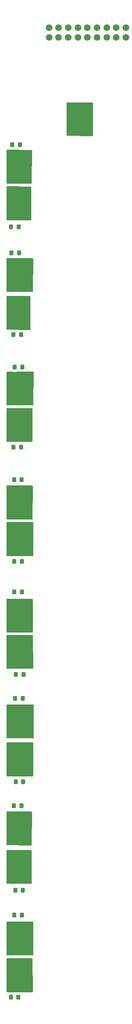
<source format=gbr>
%TF.GenerationSoftware,KiCad,Pcbnew,8.0.2*%
%TF.CreationDate,2024-12-10T12:08:48+01:00*%
%TF.ProjectId,FT25_AMS_VSENS,46543235-5f41-44d5-935f-5653454e532e,rev?*%
%TF.SameCoordinates,Original*%
%TF.FileFunction,Copper,L1,Top*%
%TF.FilePolarity,Positive*%
%FSLAX46Y46*%
G04 Gerber Fmt 4.6, Leading zero omitted, Abs format (unit mm)*
G04 Created by KiCad (PCBNEW 8.0.2) date 2024-12-10 12:08:48*
%MOMM*%
%LPD*%
G01*
G04 APERTURE LIST*
G04 Aperture macros list*
%AMRoundRect*
0 Rectangle with rounded corners*
0 $1 Rounding radius*
0 $2 $3 $4 $5 $6 $7 $8 $9 X,Y pos of 4 corners*
0 Add a 4 corners polygon primitive as box body*
4,1,4,$2,$3,$4,$5,$6,$7,$8,$9,$2,$3,0*
0 Add four circle primitives for the rounded corners*
1,1,$1+$1,$2,$3*
1,1,$1+$1,$4,$5*
1,1,$1+$1,$6,$7*
1,1,$1+$1,$8,$9*
0 Add four rect primitives between the rounded corners*
20,1,$1+$1,$2,$3,$4,$5,0*
20,1,$1+$1,$4,$5,$6,$7,0*
20,1,$1+$1,$6,$7,$8,$9,0*
20,1,$1+$1,$8,$9,$2,$3,0*%
G04 Aperture macros list end*
%TA.AperFunction,SMDPad,CuDef*%
%ADD10RoundRect,0.218750X-0.218750X-0.256250X0.218750X-0.256250X0.218750X0.256250X-0.218750X0.256250X0*%
%TD*%
%TA.AperFunction,SMDPad,CuDef*%
%ADD11RoundRect,0.218750X0.218750X0.256250X-0.218750X0.256250X-0.218750X-0.256250X0.218750X-0.256250X0*%
%TD*%
%TA.AperFunction,SMDPad,CuDef*%
%ADD12RoundRect,0.381000X0.381000X-0.762000X0.381000X0.762000X-0.381000X0.762000X-0.381000X-0.762000X0*%
%TD*%
%TA.AperFunction,SMDPad,CuDef*%
%ADD13RoundRect,0.381000X-0.381000X0.762000X-0.381000X-0.762000X0.381000X-0.762000X0.381000X0.762000X0*%
%TD*%
%TA.AperFunction,SMDPad,CuDef*%
%ADD14RoundRect,0.381000X0.762000X0.381000X-0.762000X0.381000X-0.762000X-0.381000X0.762000X-0.381000X0*%
%TD*%
%TA.AperFunction,ComponentPad*%
%ADD15C,1.381000*%
%TD*%
G04 APERTURE END LIST*
D10*
%TO.P,F4,1*%
%TO.N,Net-(J18-Pin_6)*%
X199845715Y-166429421D03*
%TO.P,F4,2*%
%TO.N,/V4*%
X201420715Y-166429421D03*
%TD*%
D11*
%TO.P,F8,1*%
%TO.N,Net-(J18-Pin_10)*%
X200690715Y-257189421D03*
%TO.P,F8,2*%
%TO.N,/V8*%
X199115715Y-257189421D03*
%TD*%
D10*
%TO.P,F2,1*%
%TO.N,Net-(J18-Pin_4)*%
X199638215Y-119179421D03*
%TO.P,F2,2*%
%TO.N,/V2*%
X201213215Y-119179421D03*
%TD*%
D12*
%TO.P,J12,1,Pin_1*%
%TO.N,/V6*%
X200713215Y-207679421D03*
%TD*%
%TO.P,J17,1,Pin_1*%
%TO.N,/V1*%
X200643215Y-91679421D03*
%TD*%
%TO.P,J16,1,Pin_1*%
%TO.N,/V2*%
X200713215Y-114679421D03*
%TD*%
D10*
%TO.P,F15,2*%
%TO.N,/V15*%
X200790715Y-102139421D03*
%TO.P,F15,1*%
%TO.N,Net-(J18-Pin_17)*%
X199215715Y-102139421D03*
%TD*%
D13*
%TO.P,J11,1,Pin_1*%
%TO.N,/V7*%
X200713215Y-230179421D03*
%TD*%
D12*
%TO.P,J4,1,Pin_1*%
%TO.N,/V14*%
X200713215Y-130679421D03*
%TD*%
%TO.P,J9,1,Pin_1*%
%TO.N,/V9*%
X200713215Y-244679421D03*
%TD*%
D11*
%TO.P,F5,1*%
%TO.N,Net-(J18-Pin_7)*%
X201753215Y-189919421D03*
%TO.P,F5,2*%
%TO.N,/V5*%
X200178215Y-189919421D03*
%TD*%
D10*
%TO.P,F11,1*%
%TO.N,Net-(J18-Pin_13)*%
X200015715Y-194889421D03*
%TO.P,F11,2*%
%TO.N,/V11*%
X201590715Y-194889421D03*
%TD*%
%TO.P,F1,2*%
%TO.N,/V1*%
X200713215Y-96679421D03*
%TO.P,F1,1*%
%TO.N,Net-(J18-Pin_3)*%
X199138215Y-96679421D03*
%TD*%
D12*
%TO.P,J8,1,Pin_1*%
%TO.N,/V10*%
X200713215Y-221679421D03*
%TD*%
D13*
%TO.P,J1,1,Pin_1*%
%TO.N,GND*%
X213513215Y-74159421D03*
%TD*%
D11*
%TO.P,F6,1*%
%TO.N,Net-(J18-Pin_8)*%
X201708215Y-212249421D03*
%TO.P,F6,2*%
%TO.N,/V6*%
X200133215Y-212249421D03*
%TD*%
D14*
%TO.P,J2,1,Pin_1*%
%TO.N,/V16*%
X200713215Y-84329274D03*
%TD*%
D10*
%TO.P,F10,1*%
%TO.N,Net-(J18-Pin_12)*%
X199725715Y-217299421D03*
%TO.P,F10,2*%
%TO.N,/V10*%
X201300715Y-217299421D03*
%TD*%
%TO.P,F9,1*%
%TO.N,Net-(J18-Pin_11)*%
X199858215Y-240039421D03*
%TO.P,F9,2*%
%TO.N,/V9*%
X201433215Y-240039421D03*
%TD*%
%TO.P,F14,1*%
%TO.N,Net-(J18-Pin_16)*%
X199935715Y-125959421D03*
%TO.P,F14,2*%
%TO.N,/V14*%
X201510715Y-125959421D03*
%TD*%
%TO.P,F12,1*%
%TO.N,Net-(J18-Pin_14)*%
X199812500Y-172760000D03*
%TO.P,F12,2*%
%TO.N,/V12*%
X201387500Y-172760000D03*
%TD*%
D12*
%TO.P,J6,1,Pin_1*%
%TO.N,/V12*%
X200620000Y-177750000D03*
%TD*%
D13*
%TO.P,J14,1,Pin_1*%
%TO.N,/V4*%
X200713215Y-161679421D03*
%TD*%
%TO.P,J10,1,Pin_1*%
%TO.N,/V8*%
X200713215Y-252679421D03*
%TD*%
%TO.P,J13,1,Pin_1*%
%TO.N,/V5*%
X200713215Y-185179421D03*
%TD*%
D10*
%TO.P,F3,1*%
%TO.N,Net-(J18-Pin_5)*%
X199638215Y-142609421D03*
%TO.P,F3,2*%
%TO.N,/V3*%
X201213215Y-142609421D03*
%TD*%
D12*
%TO.P,J5,1,Pin_1*%
%TO.N,/V13*%
X200713215Y-154179421D03*
%TD*%
D10*
%TO.P,F13,1*%
%TO.N,Net-(J18-Pin_15)*%
X199795715Y-149359421D03*
%TO.P,F13,2*%
%TO.N,/V13*%
X201370715Y-149359421D03*
%TD*%
D12*
%TO.P,J7,1,Pin_1*%
%TO.N,/V11*%
X200713215Y-199679421D03*
%TD*%
D13*
%TO.P,J15,1,Pin_1*%
%TO.N,/V3*%
X200713215Y-137679421D03*
%TD*%
D11*
%TO.P,F7,1*%
%TO.N,Net-(J18-Pin_9)*%
X201603215Y-234899421D03*
%TO.P,F7,2*%
%TO.N,/V7*%
X200028215Y-234899421D03*
%TD*%
%TO.P,F16,1*%
%TO.N,Net-(J18-Pin_18)*%
X200970715Y-79629274D03*
%TO.P,F16,2*%
%TO.N,/V16*%
X199395715Y-79629274D03*
%TD*%
D12*
%TO.P,J3,1,Pin_1*%
%TO.N,/V15*%
X200713215Y-106679421D03*
%TD*%
D15*
%TO.P,J18,1,Pin_1*%
%TO.N,GND*%
X207080000Y-57230000D03*
%TO.P,J18,2,Pin_2*%
X207080000Y-55230000D03*
%TO.P,J18,3,Pin_3*%
%TO.N,Net-(J18-Pin_3)*%
X209080000Y-57230000D03*
%TO.P,J18,4,Pin_4*%
%TO.N,Net-(J18-Pin_4)*%
X209080000Y-55230000D03*
%TO.P,J18,5,Pin_5*%
%TO.N,Net-(J18-Pin_5)*%
X211080000Y-57230000D03*
%TO.P,J18,6,Pin_6*%
%TO.N,Net-(J18-Pin_6)*%
X211080000Y-55230000D03*
%TO.P,J18,7,Pin_7*%
%TO.N,Net-(J18-Pin_7)*%
X213080000Y-57230000D03*
%TO.P,J18,8,Pin_8*%
%TO.N,Net-(J18-Pin_8)*%
X213080000Y-55230000D03*
%TO.P,J18,9,Pin_9*%
%TO.N,Net-(J18-Pin_9)*%
X215080000Y-57230000D03*
%TO.P,J18,10,Pin_10*%
%TO.N,Net-(J18-Pin_10)*%
X215080000Y-55230000D03*
%TO.P,J18,11,Pin_11*%
%TO.N,Net-(J18-Pin_11)*%
X217080000Y-57230000D03*
%TO.P,J18,12,Pin_12*%
%TO.N,Net-(J18-Pin_12)*%
X217080000Y-55230000D03*
%TO.P,J18,13,Pin_13*%
%TO.N,Net-(J18-Pin_13)*%
X219080000Y-57230000D03*
%TO.P,J18,14,Pin_14*%
%TO.N,Net-(J18-Pin_14)*%
X219080000Y-55230000D03*
%TO.P,J18,15,Pin_15*%
%TO.N,Net-(J18-Pin_15)*%
X221080000Y-57230000D03*
%TO.P,J18,16,Pin_16*%
%TO.N,Net-(J18-Pin_16)*%
X221080000Y-55230000D03*
%TO.P,J18,17,Pin_17*%
%TO.N,Net-(J18-Pin_17)*%
X223080000Y-57230000D03*
%TO.P,J18,18,Pin_18*%
%TO.N,Net-(J18-Pin_18)*%
X223080000Y-55230000D03*
%TD*%
%TA.AperFunction,Conductor*%
%TO.N,/V9*%
G36*
X203749120Y-241408621D02*
G01*
X203794962Y-241461349D01*
X203806254Y-241513223D01*
X203796605Y-248334809D01*
X203776826Y-248401821D01*
X203723957Y-248447501D01*
X203672398Y-248458634D01*
X198324293Y-248449691D01*
X198257286Y-248429894D01*
X198211620Y-248377014D01*
X198200500Y-248325691D01*
X198200500Y-241521963D01*
X198220185Y-241454924D01*
X198272989Y-241409169D01*
X198324290Y-241397963D01*
X203682051Y-241389048D01*
X203749120Y-241408621D01*
G37*
%TD.AperFunction*%
%TD*%
%TA.AperFunction,Conductor*%
%TO.N,/V8*%
G36*
X203528908Y-249052433D02*
G01*
X203595914Y-249072230D01*
X203641580Y-249125110D01*
X203652700Y-249176081D01*
X203671997Y-255978494D01*
X203652502Y-256045589D01*
X203599828Y-256091494D01*
X203548203Y-256102846D01*
X198324706Y-256111537D01*
X198257634Y-256091964D01*
X198211791Y-256039236D01*
X198200500Y-255987537D01*
X198200500Y-249167729D01*
X198220185Y-249100690D01*
X198272989Y-249054935D01*
X198324699Y-249043730D01*
X203528908Y-249052433D01*
G37*
%TD.AperFunction*%
%TD*%
%TA.AperFunction,Conductor*%
%TO.N,/V13*%
G36*
X203619120Y-150588621D02*
G01*
X203664962Y-150641349D01*
X203676254Y-150693223D01*
X203666605Y-157514809D01*
X203646826Y-157581821D01*
X203593957Y-157627501D01*
X203542398Y-157638634D01*
X198324293Y-157629908D01*
X198257286Y-157610111D01*
X198211620Y-157557231D01*
X198200500Y-157505908D01*
X198200500Y-150701747D01*
X198220185Y-150634708D01*
X198272989Y-150588953D01*
X198324292Y-150577747D01*
X203552051Y-150569048D01*
X203619120Y-150588621D01*
G37*
%TD.AperFunction*%
%TD*%
%TA.AperFunction,Conductor*%
%TO.N,/V3*%
G36*
X203506558Y-134459793D02*
G01*
X203573564Y-134479590D01*
X203619230Y-134532470D01*
X203630350Y-134583441D01*
X203649647Y-141385854D01*
X203630152Y-141452949D01*
X203577478Y-141498854D01*
X203525853Y-141510206D01*
X198324706Y-141518860D01*
X198257634Y-141499287D01*
X198211791Y-141446559D01*
X198200500Y-141394860D01*
X198200500Y-134575127D01*
X198220185Y-134508088D01*
X198272989Y-134462333D01*
X198324703Y-134451127D01*
X203506558Y-134459793D01*
G37*
%TD.AperFunction*%
%TD*%
%TA.AperFunction,Conductor*%
%TO.N,/V14*%
G36*
X203789120Y-126858621D02*
G01*
X203834963Y-126911349D01*
X203846254Y-126963223D01*
X203836605Y-133784809D01*
X203816826Y-133851821D01*
X203763957Y-133897501D01*
X203712398Y-133908634D01*
X198324293Y-133899624D01*
X198257286Y-133879827D01*
X198211620Y-133826947D01*
X198200500Y-133775624D01*
X198200500Y-126972029D01*
X198220185Y-126904990D01*
X198272989Y-126859235D01*
X198324288Y-126848030D01*
X199334023Y-126846350D01*
X199399324Y-126864812D01*
X199410928Y-126871970D01*
X199570530Y-126924857D01*
X199669041Y-126934921D01*
X199669046Y-126934921D01*
X200202384Y-126934921D01*
X200202389Y-126934921D01*
X200300900Y-126924857D01*
X200460502Y-126871970D01*
X200475360Y-126862805D01*
X200540248Y-126844343D01*
X203722051Y-126839048D01*
X203789120Y-126858621D01*
G37*
%TD.AperFunction*%
%TD*%
%TA.AperFunction,Conductor*%
%TO.N,/V12*%
G36*
X203665905Y-174189200D02*
G01*
X203711747Y-174241928D01*
X203723039Y-174293802D01*
X203713438Y-181080422D01*
X203693658Y-181147434D01*
X203640790Y-181193114D01*
X203589231Y-181204246D01*
X198325545Y-181195445D01*
X198325544Y-181195445D01*
X198324293Y-181195443D01*
X198257286Y-181175646D01*
X198211620Y-181122766D01*
X198200500Y-181071443D01*
X198200500Y-174302404D01*
X198220185Y-174235365D01*
X198272989Y-174189610D01*
X198324292Y-174178404D01*
X203598836Y-174169627D01*
X203665905Y-174189200D01*
G37*
%TD.AperFunction*%
%TD*%
%TA.AperFunction,Conductor*%
%TO.N,GND*%
G36*
X216109121Y-70831210D02*
G01*
X216175903Y-70851748D01*
X216220981Y-70905131D01*
X216231538Y-70954844D01*
X216250827Y-77677279D01*
X216231335Y-77744375D01*
X216178663Y-77790281D01*
X216125705Y-77801630D01*
X210854241Y-77753881D01*
X210787382Y-77733590D01*
X210742108Y-77680374D01*
X210731364Y-77629709D01*
X210740984Y-70905131D01*
X210741008Y-70888176D01*
X210760789Y-70821166D01*
X210813658Y-70775487D01*
X210866584Y-70764365D01*
X216109121Y-70831210D01*
G37*
%TD.AperFunction*%
%TD*%
%TA.AperFunction,Conductor*%
%TO.N,/V6*%
G36*
X203646558Y-204099793D02*
G01*
X203713564Y-204119590D01*
X203759230Y-204172470D01*
X203770350Y-204223441D01*
X203789647Y-211025854D01*
X203770152Y-211092949D01*
X203717478Y-211138854D01*
X203665853Y-211150206D01*
X198324706Y-211159093D01*
X198257634Y-211139520D01*
X198211791Y-211086792D01*
X198200500Y-211035093D01*
X198200500Y-204214893D01*
X198220185Y-204147854D01*
X198272989Y-204102099D01*
X198324701Y-204090894D01*
X203646558Y-204099793D01*
G37*
%TD.AperFunction*%
%TD*%
%TA.AperFunction,Conductor*%
%TO.N,/V4*%
G36*
X203646558Y-158219793D02*
G01*
X203713564Y-158239590D01*
X203759230Y-158292470D01*
X203770350Y-158343441D01*
X203789647Y-165145854D01*
X203770152Y-165212949D01*
X203717478Y-165258854D01*
X203665853Y-165270206D01*
X198324706Y-165279093D01*
X198257634Y-165259520D01*
X198211791Y-165206792D01*
X198200500Y-165155093D01*
X198200500Y-158334893D01*
X198220185Y-158267854D01*
X198272989Y-158222099D01*
X198324701Y-158210894D01*
X203646558Y-158219793D01*
G37*
%TD.AperFunction*%
%TD*%
%TA.AperFunction,Conductor*%
%TO.N,/V7*%
G36*
X203316558Y-226489793D02*
G01*
X203383564Y-226509590D01*
X203429230Y-226562470D01*
X203440350Y-226613441D01*
X203459647Y-233415854D01*
X203440152Y-233482949D01*
X203387478Y-233528854D01*
X203335853Y-233540206D01*
X198324706Y-233548544D01*
X198257634Y-233528971D01*
X198211791Y-233476243D01*
X198200500Y-233424544D01*
X198200500Y-226605444D01*
X198220185Y-226538405D01*
X198272989Y-226492650D01*
X198324699Y-226481445D01*
X203316558Y-226489793D01*
G37*
%TD.AperFunction*%
%TD*%
%TA.AperFunction,Conductor*%
%TO.N,/V15*%
G36*
X203699120Y-103218621D02*
G01*
X203744962Y-103271349D01*
X203756254Y-103323223D01*
X203746605Y-110144809D01*
X203726826Y-110211821D01*
X203673957Y-110257501D01*
X203622398Y-110268634D01*
X198324293Y-110259774D01*
X198257286Y-110239977D01*
X198211620Y-110187097D01*
X198200500Y-110135774D01*
X198200500Y-103331880D01*
X198220185Y-103264841D01*
X198272989Y-103219086D01*
X198324291Y-103207880D01*
X203632051Y-103199048D01*
X203699120Y-103218621D01*
G37*
%TD.AperFunction*%
%TD*%
%TA.AperFunction,Conductor*%
%TO.N,/V10*%
G36*
X203449120Y-218488621D02*
G01*
X203494962Y-218541349D01*
X203506254Y-218593223D01*
X203496605Y-225414809D01*
X203476826Y-225481821D01*
X203423957Y-225527501D01*
X203372398Y-225538634D01*
X198324293Y-225530192D01*
X198257286Y-225510395D01*
X198211620Y-225457515D01*
X198200500Y-225406192D01*
X198200500Y-218601464D01*
X198220185Y-218534425D01*
X198272989Y-218488670D01*
X198324292Y-218477464D01*
X203382051Y-218469048D01*
X203449120Y-218488621D01*
G37*
%TD.AperFunction*%
%TD*%
%TA.AperFunction,Conductor*%
%TO.N,/V16*%
G36*
X203379697Y-80672326D02*
G01*
X203446630Y-80692365D01*
X203492105Y-80745411D01*
X203503039Y-80796500D01*
X203493390Y-87575749D01*
X203473610Y-87642761D01*
X203420741Y-87688441D01*
X203369690Y-87699573D01*
X198324800Y-87711789D01*
X198257713Y-87692266D01*
X198211831Y-87639573D01*
X198200500Y-87587789D01*
X198200500Y-80769533D01*
X198220185Y-80702494D01*
X198272989Y-80656739D01*
X198325149Y-80645536D01*
X203379697Y-80672326D01*
G37*
%TD.AperFunction*%
%TD*%
%TA.AperFunction,Conductor*%
%TO.N,/V5*%
G36*
X203616558Y-181709793D02*
G01*
X203683564Y-181729590D01*
X203729230Y-181782470D01*
X203740350Y-181833441D01*
X203759647Y-188635854D01*
X203740152Y-188702949D01*
X203687478Y-188748854D01*
X203635853Y-188760206D01*
X198324706Y-188769043D01*
X198257634Y-188749470D01*
X198211791Y-188696742D01*
X198200500Y-188645043D01*
X198200500Y-181824943D01*
X198220185Y-181757904D01*
X198272989Y-181712149D01*
X198324700Y-181700944D01*
X203616558Y-181709793D01*
G37*
%TD.AperFunction*%
%TD*%
%TA.AperFunction,Conductor*%
%TO.N,/V11*%
G36*
X203839120Y-196198621D02*
G01*
X203884962Y-196251349D01*
X203896254Y-196303223D01*
X203886605Y-203124809D01*
X203866826Y-203191821D01*
X203813957Y-203237501D01*
X203762398Y-203248634D01*
X198324293Y-203239540D01*
X198257286Y-203219743D01*
X198211620Y-203166863D01*
X198200500Y-203115540D01*
X198200500Y-196312113D01*
X198220185Y-196245074D01*
X198272989Y-196199319D01*
X198324291Y-196188113D01*
X203772051Y-196179048D01*
X203839120Y-196198621D01*
G37*
%TD.AperFunction*%
%TD*%
%TA.AperFunction,Conductor*%
%TO.N,/V1*%
G36*
X203279264Y-88289196D02*
G01*
X203346268Y-88309002D01*
X203391927Y-88361889D01*
X203403039Y-88413371D01*
X203393391Y-95234916D01*
X203373612Y-95301928D01*
X203320743Y-95347608D01*
X203268712Y-95358739D01*
X198323821Y-95331668D01*
X198256890Y-95311617D01*
X198211425Y-95258563D01*
X198200500Y-95207670D01*
X198200500Y-88404203D01*
X198220185Y-88337164D01*
X198272989Y-88291409D01*
X198324719Y-88280204D01*
X203279264Y-88289196D01*
G37*
%TD.AperFunction*%
%TD*%
%TA.AperFunction,Conductor*%
%TO.N,/V2*%
G36*
X203135747Y-111126904D02*
G01*
X203181598Y-111179625D01*
X203192897Y-111231516D01*
X203183248Y-118053064D01*
X203163469Y-118120076D01*
X203110600Y-118165756D01*
X203059022Y-118176889D01*
X198324274Y-118168248D01*
X198257270Y-118148441D01*
X198211612Y-118095554D01*
X198200500Y-118044248D01*
X198200500Y-111239951D01*
X198220185Y-111172912D01*
X198272989Y-111127157D01*
X198324270Y-111115952D01*
X203068674Y-111107341D01*
X203135747Y-111126904D01*
G37*
%TD.AperFunction*%
%TD*%
M02*

</source>
